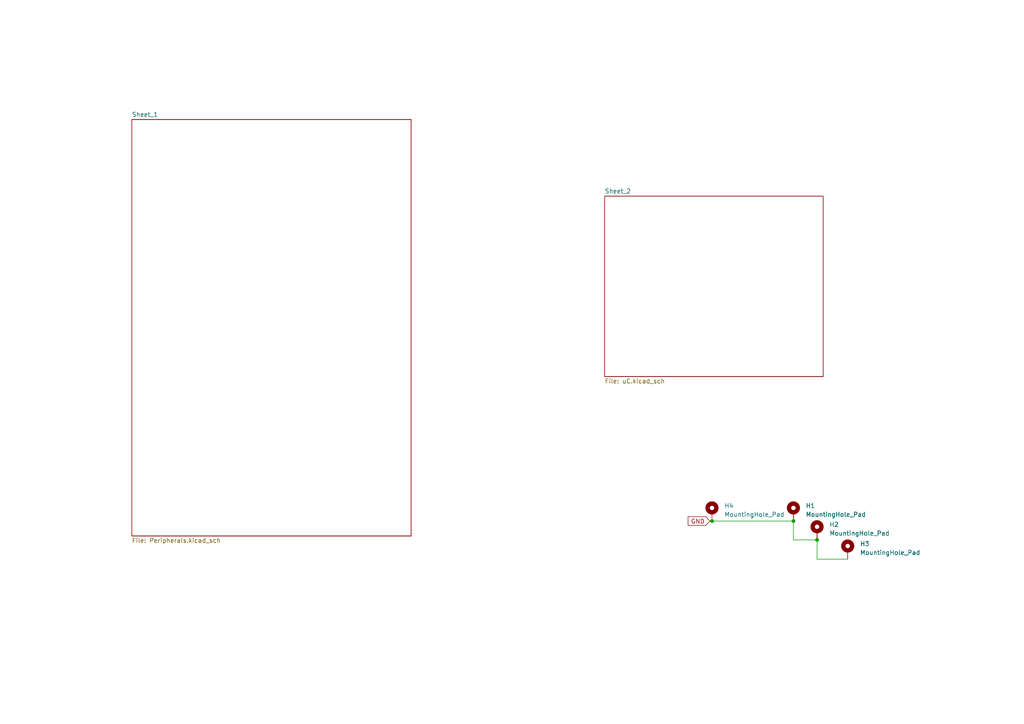
<source format=kicad_sch>
(kicad_sch
	(version 20231120)
	(generator "eeschema")
	(generator_version "8.0")
	(uuid "e2ff99f8-c275-4b5b-8e4a-9e90faac14f7")
	(paper "A4")
	(lib_symbols
		(symbol "Mechanical:MountingHole_Pad"
			(pin_numbers hide)
			(pin_names
				(offset 1.016) hide)
			(exclude_from_sim no)
			(in_bom yes)
			(on_board yes)
			(property "Reference" "H"
				(at 0 6.35 0)
				(effects
					(font
						(size 1.27 1.27)
					)
				)
			)
			(property "Value" "MountingHole_Pad"
				(at 0 4.445 0)
				(effects
					(font
						(size 1.27 1.27)
					)
				)
			)
			(property "Footprint" ""
				(at 0 0 0)
				(effects
					(font
						(size 1.27 1.27)
					)
					(hide yes)
				)
			)
			(property "Datasheet" "~"
				(at 0 0 0)
				(effects
					(font
						(size 1.27 1.27)
					)
					(hide yes)
				)
			)
			(property "Description" "Mounting Hole with connection"
				(at 0 0 0)
				(effects
					(font
						(size 1.27 1.27)
					)
					(hide yes)
				)
			)
			(property "ki_keywords" "mounting hole"
				(at 0 0 0)
				(effects
					(font
						(size 1.27 1.27)
					)
					(hide yes)
				)
			)
			(property "ki_fp_filters" "MountingHole*Pad*"
				(at 0 0 0)
				(effects
					(font
						(size 1.27 1.27)
					)
					(hide yes)
				)
			)
			(symbol "MountingHole_Pad_0_1"
				(circle
					(center 0 1.27)
					(radius 1.27)
					(stroke
						(width 1.27)
						(type default)
					)
					(fill
						(type none)
					)
				)
			)
			(symbol "MountingHole_Pad_1_1"
				(pin input line
					(at 0 -2.54 90)
					(length 2.54)
					(name "1"
						(effects
							(font
								(size 1.27 1.27)
							)
						)
					)
					(number "1"
						(effects
							(font
								(size 1.27 1.27)
							)
						)
					)
				)
			)
		)
	)
	(junction
		(at 230.124 151.13)
		(diameter 0)
		(color 0 0 0 0)
		(uuid "15bdbe76-0698-456f-8c51-f73672332190")
	)
	(junction
		(at 206.502 151.13)
		(diameter 0)
		(color 0 0 0 0)
		(uuid "2536fb9c-d3c8-4488-b6b2-74d977938783")
	)
	(junction
		(at 236.982 156.591)
		(diameter 0)
		(color 0 0 0 0)
		(uuid "35263848-a460-4349-a179-44a6ac3d8228")
	)
	(wire
		(pts
			(xy 230.124 151.13) (xy 230.124 156.591)
		)
		(stroke
			(width 0)
			(type default)
		)
		(uuid "46f76fce-fafd-4b03-b4d9-e5e7d1ad531e")
	)
	(wire
		(pts
			(xy 230.124 156.591) (xy 236.982 156.591)
		)
		(stroke
			(width 0)
			(type default)
		)
		(uuid "7dcc6a7c-5172-447f-b355-19e5c1070c38")
	)
	(wire
		(pts
			(xy 236.982 156.591) (xy 236.982 162.179)
		)
		(stroke
			(width 0)
			(type default)
		)
		(uuid "94d62cfb-2df7-403a-8a4e-a43685d87de3")
	)
	(wire
		(pts
			(xy 236.982 162.179) (xy 245.872 162.179)
		)
		(stroke
			(width 0)
			(type default)
		)
		(uuid "aad08b20-dcc6-4cae-a82e-0653adc6957d")
	)
	(wire
		(pts
			(xy 206.502 151.13) (xy 230.124 151.13)
		)
		(stroke
			(width 0)
			(type default)
		)
		(uuid "b516c2ea-0614-4b74-9a8f-0264ab273fc4")
	)
	(wire
		(pts
			(xy 205.867 151.13) (xy 206.502 151.13)
		)
		(stroke
			(width 0)
			(type default)
		)
		(uuid "f0d484e6-8f73-487d-92b2-da7d24c30125")
	)
	(global_label "GND"
		(shape input)
		(at 205.867 151.13 180)
		(fields_autoplaced yes)
		(effects
			(font
				(size 1.27 1.27)
			)
			(justify right)
		)
		(uuid "27dc78bf-f041-4b24-b194-3257c6238b71")
		(property "Intersheetrefs" "${INTERSHEET_REFS}"
			(at 199.0907 151.13 0)
			(effects
				(font
					(size 1.27 1.27)
				)
				(justify right)
				(hide yes)
			)
		)
	)
	(symbol
		(lib_id "Mechanical:MountingHole_Pad")
		(at 236.982 154.051 0)
		(unit 1)
		(exclude_from_sim no)
		(in_bom yes)
		(on_board yes)
		(dnp no)
		(fields_autoplaced yes)
		(uuid "1a4643db-dc86-43ae-b576-b58298b0e2ec")
		(property "Reference" "H2"
			(at 240.538 152.146 0)
			(effects
				(font
					(size 1.27 1.27)
				)
				(justify left)
			)
		)
		(property "Value" "MountingHole_Pad"
			(at 240.538 154.686 0)
			(effects
				(font
					(size 1.27 1.27)
				)
				(justify left)
			)
		)
		(property "Footprint" "MountingHole:MountingHole_3.2mm_M3_Pad_Via"
			(at 236.982 154.051 0)
			(effects
				(font
					(size 1.27 1.27)
				)
				(hide yes)
			)
		)
		(property "Datasheet" "~"
			(at 236.982 154.051 0)
			(effects
				(font
					(size 1.27 1.27)
				)
				(hide yes)
			)
		)
		(property "Description" ""
			(at 236.982 154.051 0)
			(effects
				(font
					(size 1.27 1.27)
				)
				(hide yes)
			)
		)
		(pin "1"
			(uuid "85753afa-48a7-414b-bd71-98a78315bf82")
		)
		(instances
			(project "Drone_Controller_3.0"
				(path "/e2ff99f8-c275-4b5b-8e4a-9e90faac14f7"
					(reference "H2")
					(unit 1)
				)
			)
		)
	)
	(symbol
		(lib_id "Mechanical:MountingHole_Pad")
		(at 245.872 159.639 0)
		(unit 1)
		(exclude_from_sim no)
		(in_bom yes)
		(on_board yes)
		(dnp no)
		(fields_autoplaced yes)
		(uuid "215feb0e-869f-48d3-a523-56d0fe26513f")
		(property "Reference" "H3"
			(at 249.428 157.734 0)
			(effects
				(font
					(size 1.27 1.27)
				)
				(justify left)
			)
		)
		(property "Value" "MountingHole_Pad"
			(at 249.428 160.274 0)
			(effects
				(font
					(size 1.27 1.27)
				)
				(justify left)
			)
		)
		(property "Footprint" "MountingHole:MountingHole_3.2mm_M3_Pad_Via"
			(at 245.872 159.639 0)
			(effects
				(font
					(size 1.27 1.27)
				)
				(hide yes)
			)
		)
		(property "Datasheet" "~"
			(at 245.872 159.639 0)
			(effects
				(font
					(size 1.27 1.27)
				)
				(hide yes)
			)
		)
		(property "Description" ""
			(at 245.872 159.639 0)
			(effects
				(font
					(size 1.27 1.27)
				)
				(hide yes)
			)
		)
		(pin "1"
			(uuid "b7a55dc4-3322-47e5-9a28-d5bb62cab6b4")
		)
		(instances
			(project "Drone_Controller_3.0"
				(path "/e2ff99f8-c275-4b5b-8e4a-9e90faac14f7"
					(reference "H3")
					(unit 1)
				)
			)
		)
	)
	(symbol
		(lib_id "Mechanical:MountingHole_Pad")
		(at 206.502 148.59 0)
		(unit 1)
		(exclude_from_sim no)
		(in_bom yes)
		(on_board yes)
		(dnp no)
		(fields_autoplaced yes)
		(uuid "cc6ee6c3-3792-48ce-8cba-2cd22d064ee5")
		(property "Reference" "H4"
			(at 210.058 146.685 0)
			(effects
				(font
					(size 1.27 1.27)
				)
				(justify left)
			)
		)
		(property "Value" "MountingHole_Pad"
			(at 210.058 149.225 0)
			(effects
				(font
					(size 1.27 1.27)
				)
				(justify left)
			)
		)
		(property "Footprint" "MountingHole:MountingHole_3.2mm_M3_Pad_Via"
			(at 206.502 148.59 0)
			(effects
				(font
					(size 1.27 1.27)
				)
				(hide yes)
			)
		)
		(property "Datasheet" "~"
			(at 206.502 148.59 0)
			(effects
				(font
					(size 1.27 1.27)
				)
				(hide yes)
			)
		)
		(property "Description" ""
			(at 206.502 148.59 0)
			(effects
				(font
					(size 1.27 1.27)
				)
				(hide yes)
			)
		)
		(pin "1"
			(uuid "b2e2d81d-71ca-4730-8e4c-d10b674232c6")
		)
		(instances
			(project "Drone_Controller_3.0"
				(path "/e2ff99f8-c275-4b5b-8e4a-9e90faac14f7"
					(reference "H4")
					(unit 1)
				)
			)
		)
	)
	(symbol
		(lib_id "Mechanical:MountingHole_Pad")
		(at 230.124 148.59 0)
		(unit 1)
		(exclude_from_sim no)
		(in_bom yes)
		(on_board yes)
		(dnp no)
		(fields_autoplaced yes)
		(uuid "dbba1d8c-72d8-4a11-b590-8bdc8b4deb66")
		(property "Reference" "H1"
			(at 233.68 146.685 0)
			(effects
				(font
					(size 1.27 1.27)
				)
				(justify left)
			)
		)
		(property "Value" "MountingHole_Pad"
			(at 233.68 149.225 0)
			(effects
				(font
					(size 1.27 1.27)
				)
				(justify left)
			)
		)
		(property "Footprint" "MountingHole:MountingHole_3.2mm_M3_Pad_Via"
			(at 230.124 148.59 0)
			(effects
				(font
					(size 1.27 1.27)
				)
				(hide yes)
			)
		)
		(property "Datasheet" "~"
			(at 230.124 148.59 0)
			(effects
				(font
					(size 1.27 1.27)
				)
				(hide yes)
			)
		)
		(property "Description" ""
			(at 230.124 148.59 0)
			(effects
				(font
					(size 1.27 1.27)
				)
				(hide yes)
			)
		)
		(pin "1"
			(uuid "ace25c43-8284-4b06-86f2-78fb97280730")
		)
		(instances
			(project "Drone_Controller_3.0"
				(path "/e2ff99f8-c275-4b5b-8e4a-9e90faac14f7"
					(reference "H1")
					(unit 1)
				)
			)
		)
	)
	(sheet
		(at 175.387 56.896)
		(size 63.373 52.324)
		(fields_autoplaced yes)
		(stroke
			(width 0.1524)
			(type solid)
		)
		(fill
			(color 0 0 0 0.0000)
		)
		(uuid "46d073e4-b5ea-481e-b131-35a2c08a8380")
		(property "Sheetname" "Sheet_2"
			(at 175.387 56.1844 0)
			(effects
				(font
					(size 1.27 1.27)
				)
				(justify left bottom)
			)
		)
		(property "Sheetfile" "uC.kicad_sch"
			(at 175.387 109.8046 0)
			(effects
				(font
					(size 1.27 1.27)
				)
				(justify left top)
			)
		)
		(instances
			(project "Drone_Controller_3.0"
				(path "/e2ff99f8-c275-4b5b-8e4a-9e90faac14f7"
					(page "3")
				)
			)
		)
	)
	(sheet
		(at 38.227 34.671)
		(size 81.026 120.777)
		(fields_autoplaced yes)
		(stroke
			(width 0.1524)
			(type solid)
		)
		(fill
			(color 0 0 0 0.0000)
		)
		(uuid "b121738d-205b-42fb-aabf-4ad0f9d7de02")
		(property "Sheetname" "Sheet_1"
			(at 38.227 33.9594 0)
			(effects
				(font
					(size 1.27 1.27)
				)
				(justify left bottom)
			)
		)
		(property "Sheetfile" "Peripherals.kicad_sch"
			(at 38.227 156.0326 0)
			(effects
				(font
					(size 1.27 1.27)
				)
				(justify left top)
			)
		)
		(instances
			(project "Drone_Controller_3.0"
				(path "/e2ff99f8-c275-4b5b-8e4a-9e90faac14f7"
					(page "2")
				)
			)
		)
	)
	(sheet_instances
		(path "/"
			(page "1")
		)
	)
)
</source>
